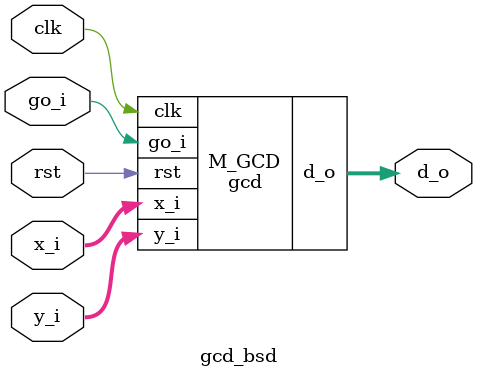
<source format=v>


module fsm ( rst, clk, proceed, comparison, enable, xsel, ysel, xld, yld );
  input [1:0] comparison;
  input rst, clk, proceed;
  output enable, xsel, ysel, xld, yld;
  wire   n1, n2, n3, n4, n5, n6, n7, n8, n9, n10, n11, n12, n13, n14, n15, n16,
         n17, n18;
  wire   [2:0] cState;
  wire   [2:0] nState;

  DFFARX1 \cState_reg[0]  ( .D(nState[0]), .CLK(clk), .RSTB(n1), .Q(cState[0]), 
        .QN(n6) );
  DFFARX1 \cState_reg[1]  ( .D(nState[1]), .CLK(clk), .RSTB(n1), .Q(cState[1]), 
        .QN(n5) );
  DFFARX1 \cState_reg[2]  ( .D(nState[2]), .CLK(clk), .RSTB(n1), .Q(cState[2]), 
        .QN(n3) );
  INVX0 U3 ( .INP(rst), .ZN(n1) );
  OA21X1 U14 ( .IN1(n8), .IN2(n4), .IN3(cState[2]), .Q(ysel) );
  NAND3X0 U15 ( .IN1(n9), .IN2(n10), .IN3(n11), .QN(yld) );
  AND3X1 U16 ( .IN1(n13), .IN2(n3), .IN3(n14), .Q(nState[2]) );
  OR2X1 U17 ( .IN1(comparison[0]), .IN2(comparison[1]), .Q(n14) );
  NAND4X0 U18 ( .IN1(n15), .IN2(n16), .IN3(n10), .IN4(n12), .QN(nState[1]) );
  NAND3X0 U19 ( .IN1(cState[0]), .IN2(n3), .IN3(n17), .QN(n15) );
  XOR2X1 U20 ( .IN1(comparison[0]), .IN2(n7), .Q(n17) );
  AO221X1 U21 ( .IN1(proceed), .IN2(n6), .IN3(n13), .IN4(n7), .IN5(n18), .Q(
        nState[0]) );
  OR2X1 U22 ( .IN1(xld), .IN2(cState[2]), .Q(n18) );
  NAND3X0 U23 ( .IN1(n6), .IN2(n5), .IN3(cState[2]), .QN(n16) );
  NAND3X0 U24 ( .IN1(n6), .IN2(n3), .IN3(cState[1]), .QN(n10) );
  NAND3X0 U25 ( .IN1(cState[1]), .IN2(n6), .IN3(cState[2]), .QN(n9) );
  INVX0 U4 ( .INP(comparison[1]), .ZN(n7) );
  NAND2X1 U5 ( .IN1(n9), .IN2(n16), .QN(xsel) );
  INVX0 U6 ( .INP(n9), .ZN(enable) );
  NAND2X1 U7 ( .IN1(n10), .IN2(n2), .QN(xld) );
  INVX0 U8 ( .INP(xsel), .ZN(n2) );
  INVX0 U9 ( .INP(n12), .ZN(n4) );
  NAND2X1 U10 ( .IN1(n4), .IN2(cState[2]), .QN(n11) );
  NOR2X0 U11 ( .IN1(cState[0]), .IN2(n5), .QN(n8) );
  NAND2X1 U12 ( .IN1(cState[0]), .IN2(n5), .QN(n12) );
  NOR2X0 U13 ( .IN1(n6), .IN2(n5), .QN(n13) );
endmodule


module mux_0 ( rst, sLine, load, result, \output  );
  input [3:0] load;
  input [3:0] result;
  output [3:0] \output ;
  input rst, sLine;
  wire   n1, n2, n3;

  AO22X1 U5 ( .IN1(result[3]), .IN2(n2), .IN3(load[3]), .IN4(n3), .Q(
        \output [3]) );
  AO22X1 U6 ( .IN1(result[2]), .IN2(n2), .IN3(load[2]), .IN4(n3), .Q(
        \output [2]) );
  AO22X1 U7 ( .IN1(result[1]), .IN2(n2), .IN3(load[1]), .IN4(n3), .Q(
        \output [1]) );
  AO22X1 U8 ( .IN1(result[0]), .IN2(n2), .IN3(load[0]), .IN4(n3), .Q(
        \output [0]) );
  NOR2X0 U2 ( .IN1(rst), .IN2(sLine), .QN(n3) );
  NOR2X0 U3 ( .IN1(n1), .IN2(rst), .QN(n2) );
  INVX0 U4 ( .INP(sLine), .ZN(n1) );
endmodule


module regis_0 ( rst, clk, load, \input , \output  );
  input [3:0] \input ;
  output [3:0] \output ;
  input rst, clk, load;
  wire   n1, n2, n3, n4, n5, n6;

  DFFARX1 \output_reg[3]  ( .D(n6), .CLK(clk), .RSTB(n5), .Q(\output [3]) );
  DFFARX1 \output_reg[2]  ( .D(n4), .CLK(clk), .RSTB(n5), .Q(\output [2]) );
  DFFARX1 \output_reg[1]  ( .D(n3), .CLK(clk), .RSTB(n5), .Q(\output [1]) );
  DFFARX1 \output_reg[0]  ( .D(n2), .CLK(clk), .RSTB(n5), .Q(\output [0]) );
  AO22X1 U2 ( .IN1(\output [0]), .IN2(n1), .IN3(load), .IN4(\input [0]), .Q(n2) );
  AO22X1 U3 ( .IN1(\output [1]), .IN2(n1), .IN3(\input [1]), .IN4(load), .Q(n3) );
  AO22X1 U4 ( .IN1(\output [2]), .IN2(n1), .IN3(\input [2]), .IN4(load), .Q(n4) );
  INVX0 U5 ( .INP(rst), .ZN(n5) );
  AO22X1 U6 ( .IN1(\output [3]), .IN2(n1), .IN3(\input [3]), .IN4(load), .Q(n6) );
  INVX0 U7 ( .INP(load), .ZN(n1) );
endmodule


module comparator ( rst, x, y, \output  );
  input [3:0] x;
  input [3:0] y;
  output [1:0] \output ;
  input rst;
  wire   n5, n6, n7, n8, n9, n10, n11, n12, n13, n14, n15, n16, n17, n18, n19,
         n20, n21, n22, n23;

  OA21X1 U17 ( .IN1(y[3]), .IN2(n7), .IN3(n13), .Q(n12) );
  NAND3X0 U18 ( .IN1(n14), .IN2(n15), .IN3(n16), .QN(n13) );
  AO21X1 U19 ( .IN1(n9), .IN2(n17), .IN3(n18), .Q(n15) );
  NAND3X0 U20 ( .IN1(n19), .IN2(n10), .IN3(y[0]), .QN(n17) );
  OA221X1 U21 ( .IN1(y[3]), .IN2(n7), .IN3(n6), .IN4(n21), .IN5(n5), .Q(
        \output [0]) );
  AOI21X1 U22 ( .IN1(n16), .IN2(n22), .IN3(n18), .QN(n21) );
  OR3X1 U23 ( .IN1(n10), .IN2(y[0]), .IN3(n20), .Q(n23) );
  INVX0 U3 ( .INP(n20), .ZN(n9) );
  INVX0 U4 ( .INP(n14), .ZN(n6) );
  INVX0 U5 ( .INP(rst), .ZN(n5) );
  NOR2X0 U6 ( .IN1(rst), .IN2(n12), .QN(\output [1]) );
  INVX0 U7 ( .INP(x[2]), .ZN(n8) );
  INVX0 U8 ( .INP(y[1]), .ZN(n11) );
  NOR2X0 U9 ( .IN1(n11), .IN2(x[1]), .QN(n20) );
  INVX0 U10 ( .INP(x[3]), .ZN(n7) );
  NOR2X0 U11 ( .IN1(n8), .IN2(y[2]), .QN(n18) );
  NAND2X1 U12 ( .IN1(x[1]), .IN2(n11), .QN(n19) );
  NAND2X1 U13 ( .IN1(y[3]), .IN2(n7), .QN(n14) );
  INVX0 U14 ( .INP(x[0]), .ZN(n10) );
  NAND2X1 U15 ( .IN1(y[2]), .IN2(n8), .QN(n16) );
  NAND2X1 U16 ( .IN1(n23), .IN2(n19), .QN(n22) );
endmodule


module subtractor ( rst, cmd, x, y, xout, yout );
  input [1:0] cmd;
  input [3:0] x;
  input [3:0] y;
  output [3:0] xout;
  output [3:0] yout;
  input rst;
  wire   n5, n6, n7, n8, n9, n10, n11, n12, n13, n14, n15, n16, n17, n18, n19,
         n20, n21, n22, n23, n24, n25, n26, n27, n28, n29, n30, n31, n32, n33,
         n34, n35, n36, n37, n38, n39, n40, n41, n42, n43, n44, n45, n46, n47,
         n48, n49, n50;

  NAND3X0 U31 ( .IN1(n5), .IN2(n18), .IN3(y[3]), .QN(n17) );
  NAND3X0 U32 ( .IN1(n19), .IN2(n13), .IN3(n20), .QN(n16) );
  XNOR2X1 U33 ( .IN1(x[3]), .IN2(n21), .Q(n19) );
  OA22X1 U34 ( .IN1(y[2]), .IN2(n22), .IN3(n23), .IN4(n8), .Q(n21) );
  AND2X1 U35 ( .IN1(n23), .IN2(n8), .Q(n22) );
  NAND3X0 U36 ( .IN1(n5), .IN2(n26), .IN3(y[2]), .QN(n25) );
  NAND3X0 U37 ( .IN1(n27), .IN2(n14), .IN3(n20), .QN(n24) );
  XNOR2X1 U38 ( .IN1(n23), .IN2(x[2]), .Q(n27) );
  AO22X1 U39 ( .IN1(n11), .IN2(n9), .IN3(y[1]), .IN4(n28), .Q(n23) );
  NAND3X0 U40 ( .IN1(y[1]), .IN2(n32), .IN3(n5), .QN(n31) );
  NAND3X0 U41 ( .IN1(n33), .IN2(n15), .IN3(n20), .QN(n30) );
  XNOR2X1 U42 ( .IN1(n9), .IN2(n29), .Q(n33) );
  AO22X1 U43 ( .IN1(n20), .IN2(n29), .IN3(n5), .IN4(n34), .Q(yout[0]) );
  AO21X1 U44 ( .IN1(y[0]), .IN2(cmd[1]), .IN3(n10), .Q(n34) );
  XOR2X1 U45 ( .IN1(n37), .IN2(x[3]), .Q(n36) );
  XNOR2X1 U46 ( .IN1(y[3]), .IN2(n39), .Q(n38) );
  OA22X1 U47 ( .IN1(n40), .IN2(n14), .IN3(x[2]), .IN4(n41), .Q(n39) );
  AND2X1 U48 ( .IN1(n41), .IN2(x[2]), .Q(n40) );
  XNOR2X1 U49 ( .IN1(x[2]), .IN2(n43), .Q(n42) );
  XNOR2X1 U50 ( .IN1(n41), .IN2(n14), .Q(n44) );
  AO22X1 U51 ( .IN1(x[1]), .IN2(n45), .IN3(n46), .IN4(n15), .Q(n41) );
  XNOR2X1 U52 ( .IN1(n48), .IN2(n9), .Q(n47) );
  XNOR2X1 U53 ( .IN1(n15), .IN2(n10), .Q(n49) );
  AO21X1 U54 ( .IN1(n7), .IN2(n6), .IN3(rst), .Q(n35) );
  OA221X1 U55 ( .IN1(n12), .IN2(n7), .IN3(cmd[0]), .IN4(n45), .IN5(n11), .Q(
        n50) );
  NAND2X1 U2 ( .IN1(n33), .IN2(n6), .QN(n32) );
  INVX0 U3 ( .INP(cmd[1]), .ZN(n6) );
  NOR2X0 U4 ( .IN1(n35), .IN2(cmd[1]), .QN(n20) );
  INVX0 U5 ( .INP(cmd[0]), .ZN(n7) );
  INVX0 U6 ( .INP(n35), .ZN(n5) );
  NOR2X0 U7 ( .IN1(n50), .IN2(n35), .QN(xout[0]) );
  NOR2X0 U8 ( .IN1(n47), .IN2(n35), .QN(xout[1]) );
  NAND2X1 U9 ( .IN1(n49), .IN2(n7), .QN(n48) );
  NAND2X1 U10 ( .IN1(n27), .IN2(n6), .QN(n26) );
  NAND2X1 U11 ( .IN1(n19), .IN2(n6), .QN(n18) );
  INVX0 U12 ( .INP(n45), .ZN(n10) );
  INVX0 U13 ( .INP(n29), .ZN(n11) );
  INVX0 U14 ( .INP(y[3]), .ZN(n13) );
  NOR2X0 U15 ( .IN1(n42), .IN2(n35), .QN(xout[2]) );
  NOR2X0 U16 ( .IN1(cmd[0]), .IN2(n44), .QN(n43) );
  NOR2X0 U17 ( .IN1(n36), .IN2(n35), .QN(xout[3]) );
  NAND2X1 U18 ( .IN1(n38), .IN2(n7), .QN(n37) );
  NAND2X1 U19 ( .IN1(n24), .IN2(n25), .QN(yout[2]) );
  NAND2X1 U20 ( .IN1(n16), .IN2(n17), .QN(yout[3]) );
  NAND2X1 U21 ( .IN1(n30), .IN2(n31), .QN(yout[1]) );
  NOR2X0 U22 ( .IN1(n12), .IN2(y[0]), .QN(n29) );
  INVX0 U23 ( .INP(x[1]), .ZN(n9) );
  INVX0 U24 ( .INP(x[0]), .ZN(n12) );
  NAND2X1 U25 ( .IN1(n10), .IN2(n9), .QN(n46) );
  INVX0 U26 ( .INP(y[1]), .ZN(n15) );
  NAND2X1 U27 ( .IN1(y[0]), .IN2(n12), .QN(n45) );
  NAND2X1 U28 ( .IN1(x[1]), .IN2(n29), .QN(n28) );
  INVX0 U29 ( .INP(x[2]), .ZN(n8) );
  INVX0 U30 ( .INP(y[2]), .ZN(n14) );
endmodule


module mux_1 ( rst, sLine, load, result, \output  );
  input [3:0] load;
  input [3:0] result;
  output [3:0] \output ;
  input rst, sLine;
  wire   n4, n5, n6;

  AO22X1 U5 ( .IN1(result[3]), .IN2(n5), .IN3(load[3]), .IN4(n4), .Q(
        \output [3]) );
  AO22X1 U6 ( .IN1(result[2]), .IN2(n5), .IN3(load[2]), .IN4(n4), .Q(
        \output [2]) );
  AO22X1 U7 ( .IN1(result[1]), .IN2(n5), .IN3(load[1]), .IN4(n4), .Q(
        \output [1]) );
  AO22X1 U8 ( .IN1(result[0]), .IN2(n5), .IN3(load[0]), .IN4(n4), .Q(
        \output [0]) );
  NOR2X0 U2 ( .IN1(rst), .IN2(sLine), .QN(n4) );
  NOR2X0 U3 ( .IN1(n6), .IN2(rst), .QN(n5) );
  INVX0 U4 ( .INP(sLine), .ZN(n6) );
endmodule


module regis_1 ( rst, clk, load, \input , \output  );
  input [3:0] \input ;
  output [3:0] \output ;
  input rst, clk, load;
  wire   n7, n8, n9, n10, n11, n12;

  DFFARX1 \output_reg[3]  ( .D(n7), .CLK(clk), .RSTB(n8), .Q(\output [3]) );
  DFFARX1 \output_reg[2]  ( .D(n9), .CLK(clk), .RSTB(n8), .Q(\output [2]) );
  DFFARX1 \output_reg[1]  ( .D(n10), .CLK(clk), .RSTB(n8), .Q(\output [1]) );
  DFFARX1 \output_reg[0]  ( .D(n11), .CLK(clk), .RSTB(n8), .Q(\output [0]) );
  AO22X1 U2 ( .IN1(\output [0]), .IN2(n12), .IN3(load), .IN4(\input [0]), .Q(
        n11) );
  AO22X1 U3 ( .IN1(\output [1]), .IN2(n12), .IN3(\input [1]), .IN4(load), .Q(
        n10) );
  AO22X1 U4 ( .IN1(\output [2]), .IN2(n12), .IN3(\input [2]), .IN4(load), .Q(
        n9) );
  INVX0 U5 ( .INP(rst), .ZN(n8) );
  AO22X1 U6 ( .IN1(\output [3]), .IN2(n12), .IN3(\input [3]), .IN4(load), .Q(
        n7) );
  INVX0 U7 ( .INP(load), .ZN(n12) );
endmodule


module regis_2 ( rst, clk, load, \input , \output  );
  input [3:0] \input ;
  output [3:0] \output ;
  input rst, clk, load;
  wire   n7, n8, n9, n10, n11, n12;

  DFFARX1 \output_reg[3]  ( .D(n7), .CLK(clk), .RSTB(n8), .Q(\output [3]) );
  DFFARX1 \output_reg[2]  ( .D(n9), .CLK(clk), .RSTB(n8), .Q(\output [2]) );
  DFFARX1 \output_reg[1]  ( .D(n10), .CLK(clk), .RSTB(n8), .Q(\output [1]) );
  DFFARX1 \output_reg[0]  ( .D(n11), .CLK(clk), .RSTB(n8), .Q(\output [0]) );
  AO22X1 U2 ( .IN1(\output [0]), .IN2(n12), .IN3(load), .IN4(\input [0]), .Q(
        n11) );
  AO22X1 U3 ( .IN1(\output [1]), .IN2(n12), .IN3(\input [1]), .IN4(load), .Q(
        n10) );
  AO22X1 U4 ( .IN1(\output [2]), .IN2(n12), .IN3(\input [2]), .IN4(load), .Q(
        n9) );
  INVX0 U5 ( .INP(rst), .ZN(n8) );
  AO22X1 U6 ( .IN1(\output [3]), .IN2(n12), .IN3(\input [3]), .IN4(load), .Q(
        n7) );
  INVX0 U7 ( .INP(load), .ZN(n12) );
endmodule


module gcd ( rst, clk, go_i, x_i, y_i, d_o );
  input [3:0] x_i;
  input [3:0] y_i;
  output [3:0] d_o;
  input rst, clk, go_i;
  wire   enable, xsel, ysel, xld, yld;
  wire   [1:0] comparison;
  wire   [3:0] xsub;
  wire   [3:0] xmux;
  wire   [3:0] ysub;
  wire   [3:0] ymux;
  wire   [3:0] xreg;
  wire   [3:0] yreg;

  fsm TOFSM ( .rst(rst), .clk(clk), .proceed(go_i), .comparison(comparison), 
        .enable(enable), .xsel(xsel), .ysel(ysel), .xld(xld), .yld(yld) );
  mux_0 X_MUX ( .rst(rst), .sLine(xsel), .load(x_i), .result(xsub), .\output (
        xmux) );
  mux_1 Y_MUX ( .rst(rst), .sLine(ysel), .load(y_i), .result(ysub), .\output (
        ymux) );
  regis_0 X_REG ( .rst(rst), .clk(clk), .load(xld), .\input (xmux), .\output (
        xreg) );
  regis_2 Y_REG ( .rst(rst), .clk(clk), .load(yld), .\input (ymux), .\output (
        yreg) );
  comparator U_COMP ( .rst(rst), .x(xreg), .y(yreg), .\output (comparison) );
  subtractor X_SUB ( .rst(rst), .cmd(comparison), .x(xreg), .y(yreg), .xout(
        xsub), .yout(ysub) );
  regis_1 OUT_REG ( .rst(rst), .clk(clk), .load(enable), .\input (xsub), 
        .\output (d_o) );
endmodule


module gcd_bsd ( rst, clk, go_i, x_i, y_i, d_o );
  input [3:0] x_i;
  input [3:0] y_i;
  output [3:0] d_o;
  input rst, clk, go_i;


  gcd M_GCD ( .rst(rst), .clk(clk), .go_i(go_i), .x_i(x_i), .y_i(y_i), .d_o(
        d_o) );
endmodule


</source>
